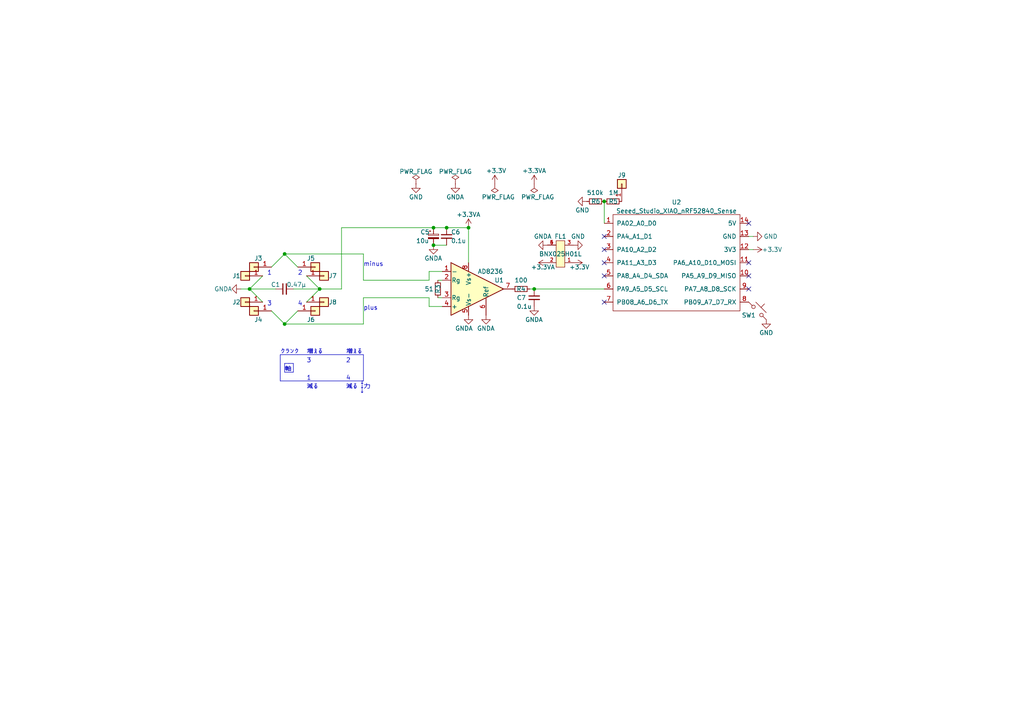
<source format=kicad_sch>
(kicad_sch (version 20211123) (generator eeschema)
  (paper "A4")
  (lib_symbols
    (symbol "Amplifier_Instrumentation:AD8236" (pin_names (offset 0.127))
      (property "Reference" "U" (at 3.81 7.62 0))
      (property "Value" "AD8236" (at 3.81 5.08 0))
      (symbol "AD8236_0_1"
        (polyline (pts (xy -7.62 7.62) (xy -7.62 -7.62) (xy 7.62 0) (xy -7.62 7.62)) (stroke (width 0.254)) (fill (type background)))
      )
      (symbol "AD8236_1_1"
        (pin input line (at -10.16 5.08 0) (length 2.54) (name "-") (number "1"))
        (pin passive line (at -10.16 2.54 0) (length 2.54) (name "Rg") (number "2"))
        (pin passive line (at -10.16 -2.54 0) (length 2.54) (name "Rg") (number "3"))
        (pin input line (at -10.16 -5.08 0) (length 2.54) (name "+") (number "4"))
        (pin power_in line (at -2.54 -7.62 90) (length 2.54) (name "Vs-") (number "5"))
        (pin passive line (at 2.54 -7.62 90) (length 5.08) (name "Ref") (number "6"))
        (pin output line (at 10.16 0 180) (length 2.54) (name "~") (number "7"))
        (pin power_in line (at -2.54 7.62 270) (length 2.54) (name "Vs+") (number "8"))
      )
    )
    (symbol "BNX025H01L:BNX025H01L" (pin_names (offset 1.016) hide)
      (property "Reference" "FL" (at -1.27 3.81 0))
      (property "Value" "BNX025H01L" (at -6.35 -6.35 0))
      (symbol "BNX025H01L_0_0"
        (pin passive line (at -3.81 2.54 0) (length 2.54) (name "~") (number "1"))
        (pin passive line (at 3.81 2.54 180) (length 2.54) (name "~") (number "2"))
        (pin passive line (at -3.81 -2.54 0) (length 2.54) (name "~") (number "3"))
        (pin passive line (at 3.81 -2.54 180) (length 2.54) (name "~") (number "4"))
        (pin passive line (at 3.81 -2.54 180) (length 2.54) (name "~") (number "5"))
        (pin passive line (at 3.81 -2.54 180) (length 2.54) (name "~") (number "6"))
      )
      (symbol "BNX025H01L_0_1"
        (rectangle (start -1.27 3.81) (end 1.27 -3.81) (fill (type background)))
      )
    )
    (symbol "Connector_Generic:Conn_01x01" (pin_names (offset 1.016) hide)
      (property "Reference" "J" (at 0 2.54 0))
      (property "Value" "Conn_01x01" (at 0 -2.54 0))
      (symbol "Conn_01x01_1_1"
        (rectangle (start -1.27 0.127) (end 0 -0.127) (stroke (width 0.1524)))
        (rectangle (start -1.27 1.27) (end 1.27 -1.27) (stroke (width 0.254)) (fill (type background)))
        (pin passive line (at -5.08 0 0) (length 3.81) (name "Pin_1") (number "1"))
      )
    )
    (symbol "Device:C_Polarized_Small" (pin_numbers hide) (pin_names (offset 0.254) hide)
      (property "Reference" "C" (at 0.254 1.778 0))
      (property "Value" "C_Polarized_Small" (at 0.254 -2.032 0))
      (symbol "C_Polarized_Small_0_1"
        (rectangle (start -1.524 -0.3048) (end 1.524 -0.6858) (fill (type outline)))
        (rectangle (start -1.524 0.6858) (end 1.524 0.3048))
        (polyline (pts (xy -1.27 1.524) (xy -0.762 1.524)))
        (polyline (pts (xy -1.016 1.27) (xy -1.016 1.778)))
      )
      (symbol "C_Polarized_Small_1_1"
        (pin passive line (at 0 2.54 270) (length 1.8542) (name "~") (number "1"))
        (pin passive line (at 0 -2.54 90) (length 1.8542) (name "~") (number "2"))
      )
    )
    (symbol "Device:C_Small" (pin_numbers hide) (pin_names (offset 0.254) hide)
      (property "Reference" "C" (at 0.254 1.778 0))
      (property "Value" "C_Small" (at 0.254 -2.032 0))
      (symbol "C_Small_0_1"
        (polyline (pts (xy -1.524 -0.508) (xy 1.524 -0.508)) (stroke (width 0.3302)))
        (polyline (pts (xy -1.524 0.508) (xy 1.524 0.508)) (stroke (width 0.3048)))
      )
      (symbol "C_Small_1_1"
        (pin passive line (at 0 2.54 270) (length 2.032) (name "~") (number "1"))
        (pin passive line (at 0 -2.54 90) (length 2.032) (name "~") (number "2"))
      )
    )
    (symbol "Device:R_Small" (pin_numbers hide) (pin_names (offset 0.254) hide)
      (property "Reference" "R" (at 0.762 0.508 0))
      (property "Value" "R_Small" (at 0.762 -1.016 0))
      (symbol "R_Small_0_1"
        (rectangle (start -0.762 1.778) (end 0.762 -1.778) (stroke (width 0.2032)))
      )
      (symbol "R_Small_1_1"
        (pin passive line (at 0 2.54 270) (length 0.762) (name "~") (number "1"))
        (pin passive line (at 0 -2.54 90) (length 0.762) (name "~") (number "2"))
      )
    )
    (symbol "Seeed_Studio_XIAO_nRF52840_Sense:Seeed_Studio_XIAO_nRF52840_Sense" (pin_names (offset 1.016))
      (property "Reference" "U" (at 0 -17.78 0))
      (property "Value" "Seeed_Studio_XIAO_nRF52840_Sense" (at -1.27 -15.24 0))
      (symbol "Seeed_Studio_XIAO_nRF52840_Sense_0_1"
        (rectangle (start -19.05 13.97) (end 17.78 -13.97))
      )
      (symbol "Seeed_Studio_XIAO_nRF52840_Sense_1_1"
        (pin unspecified line (at -21.59 11.43 0) (length 2.54) (name "PA02_A0_D0") (number "1"))
        (pin unspecified line (at 20.32 -3.81 180) (length 2.54) (name "PA5_A9_D9_MISO") (number "10"))
        (pin unspecified line (at 20.32 0 180) (length 2.54) (name "PA6_A10_D10_MOSI") (number "11"))
        (pin unspecified line (at 20.32 3.81 180) (length 2.54) (name "3V3") (number "12"))
        (pin unspecified line (at 20.32 7.62 180) (length 2.54) (name "GND") (number "13"))
        (pin unspecified line (at 20.32 11.43 180) (length 2.54) (name "5V") (number "14"))
        (pin unspecified line (at -21.59 7.62 0) (length 2.54) (name "PA4_A1_D1") (number "2"))
        (pin unspecified line (at -21.59 3.81 0) (length 2.54) (name "PA10_A2_D2") (number "3"))
        (pin unspecified line (at -21.59 0 0) (length 2.54) (name "PA11_A3_D3") (number "4"))
        (pin unspecified line (at -21.59 -3.81 0) (length 2.54) (name "PA8_A4_D4_SDA") (number "5"))
        (pin unspecified line (at -21.59 -7.62 0) (length 2.54) (name "PA9_A5_D5_SCL") (number "6"))
        (pin unspecified line (at -21.59 -11.43 0) (length 2.54) (name "PB08_A6_D6_TX") (number "7"))
        (pin unspecified line (at 20.32 -11.43 180) (length 2.54) (name "PB09_A7_D7_RX") (number "8"))
        (pin unspecified line (at 20.32 -7.62 180) (length 2.54) (name "PA7_A8_D8_SCK") (number "9"))
      )
    )
    (symbol "Switch:SW_Push_45deg" (pin_numbers hide) (pin_names (offset 1.016) hide)
      (property "Reference" "SW" (at 3.048 1.016 0))
      (property "Value" "SW_Push_45deg" (at 0 -3.81 0))
      (symbol "SW_Push_45deg_0_1"
        (circle (center -1.1684 1.1684) (radius 0.508))
        (polyline (pts (xy -0.508 2.54) (xy 2.54 -0.508)))
        (polyline (pts (xy 1.016 1.016) (xy 2.032 2.032)))
        (polyline (pts (xy -2.54 2.54) (xy -1.524 1.524) (xy -1.524 1.524)))
        (polyline (pts (xy 1.524 -1.524) (xy 2.54 -2.54) (xy 2.54 -2.54) (xy 2.54 -2.54)))
        (circle (center 1.143 -1.1938) (radius 0.508))
        (pin passive line (at -2.54 2.54 0) (length 0) (name "1") (number "1"))
        (pin passive line (at 2.54 -2.54 180) (length 0) (name "2") (number "2"))
      )
    )
    (symbol "power:+3.3V" (power) (pin_names (offset 0))
      (property "Value" "+3.3V" (at 0 3.556 0))
      (symbol "+3.3V_0_1"
        (polyline (pts (xy -0.762 1.27) (xy 0 2.54)))
        (polyline (pts (xy 0 0) (xy 0 2.54)))
        (polyline (pts (xy 0 2.54) (xy 0.762 1.27)))
      )
      (symbol "+3.3V_1_1"
        (pin power_in line (at 0 0 90) (length 0) hide (name "+3.3V") (number "1"))
      )
    )
    (symbol "power:+3.3VA" (power) (pin_names (offset 0))
      (property "Value" "+3.3VA" (at 0 3.556 0))
      (symbol "+3.3VA_0_1"
        (polyline (pts (xy -0.762 1.27) (xy 0 2.54)))
        (polyline (pts (xy 0 0) (xy 0 2.54)))
        (polyline (pts (xy 0 2.54) (xy 0.762 1.27)))
      )
      (symbol "+3.3VA_1_1"
        (pin power_in line (at 0 0 90) (length 0) hide (name "+3.3VA") (number "1"))
      )
    )
    (symbol "power:GND" (power) (pin_names (offset 0))
      (property "Value" "GND" (at 0 -3.81 0))
      (symbol "GND_0_1"
        (polyline (pts (xy 0 0) (xy 0 -1.27) (xy 1.27 -1.27) (xy 0 -2.54) (xy -1.27 -1.27) (xy 0 -1.27)))
      )
      (symbol "GND_1_1"
        (pin power_in line (at 0 0 270) (length 0) hide (name "GND") (number "1"))
      )
    )
    (symbol "power:GNDA" (power) (pin_names (offset 0))
      (property "Value" "GNDA" (at 0 -3.81 0))
      (symbol "GNDA_0_1"
        (polyline (pts (xy 0 0) (xy 0 -1.27) (xy 1.27 -1.27) (xy 0 -2.54) (xy -1.27 -1.27) (xy 0 -1.27)))
      )
      (symbol "GNDA_1_1"
        (pin power_in line (at 0 0 270) (length 0) hide (name "GNDA") (number "1"))
      )
    )
    (symbol "power:PWR_FLAG" (power) (pin_numbers hide) (pin_names (offset 0) hide)
      (property "Value" "PWR_FLAG" (at 0 3.81 0))
      (symbol "PWR_FLAG_0_0"
        (pin power_out line (at 0 0 90) (length 0) (name "pwr") (number "1"))
      )
      (symbol "PWR_FLAG_0_1"
        (polyline (pts (xy 0 0) (xy 0 1.27) (xy -1.016 1.905) (xy 0 2.54) (xy 1.016 1.905) (xy 0 1.27)))
      )
    )
  )
  (junction (at 129.54 66.04))
  (junction (at 154.94 83.82))
  (junction (at 82.55 73.66))
  (junction (at 82.55 93.98))
  (junction (at 135.89 66.04))
  (junction (at 125.73 71.12))
  (junction (at 125.73 66.04))
  (junction (at 72.39 83.82))
  (junction (at 92.71 83.82))
  (junction (at 175.26 58.42))
  (no_connect (at 175.26 68.58))
  (no_connect (at 175.26 87.63))
  (no_connect (at 175.26 76.2))
  (no_connect (at 175.26 80.01))
  (no_connect (at 175.26 72.39))
  (no_connect (at 217.17 83.82))
  (no_connect (at 217.17 80.01))
  (no_connect (at 217.17 76.2))
  (no_connect (at 217.17 64.77))
  (polyline (pts (xy 83.82 105.41) (xy 82.55 105.41)) (stroke (width 0) (type solid)))
  (polyline (pts (xy 82.55 105.41) (xy 82.55 107.95)) (stroke (width 0) (type solid)))
  (wire (pts (xy 175.26 58.42) (xy 175.26 64.77)))
  (polyline (pts (xy 83.82 105.41) (xy 85.09 105.41)) (stroke (width 0) (type solid)))
  (polyline (pts (xy 82.55 107.95) (xy 85.09 107.95)) (stroke (width 0) (type solid)))
  (wire (pts (xy 105.41 93.98) (xy 105.41 86.36)))
  (wire (pts (xy 135.89 66.04) (xy 135.89 76.2)))
  (wire (pts (xy 76.2 87.63) (xy 72.39 83.82)))
  (wire (pts (xy 105.41 86.36) (xy 124.46 86.36)))
  (wire (pts (xy 153.67 83.82) (xy 154.94 83.82)))
  (wire (pts (xy 82.55 73.66) (xy 105.41 73.66)))
  (wire (pts (xy 88.9 87.63) (xy 92.71 83.82)))
  (polyline (pts (xy 105.41 110.49) (xy 81.28 110.49)) (stroke (width 0) (type solid)))
  (wire (pts (xy 82.55 93.98) (xy 105.41 93.98)))
  (polyline (pts (xy 85.09 107.95) (xy 85.09 105.41)) (stroke (width 0) (type solid)))
  (wire (pts (xy 125.73 71.12) (xy 129.54 71.12)))
  (wire (pts (xy 82.55 93.98) (xy 86.36 90.17)))
  (wire (pts (xy 124.46 78.74) (xy 128.27 78.74)))
  (wire (pts (xy 217.17 68.58) (xy 218.44 68.58)))
  (wire (pts (xy 124.46 81.28) (xy 124.46 78.74)))
  (wire (pts (xy 86.36 77.47) (xy 82.55 73.66)))
  (wire (pts (xy 99.06 83.82) (xy 99.06 66.04)))
  (wire (pts (xy 72.39 83.82) (xy 80.01 83.82)))
  (wire (pts (xy 82.55 93.98) (xy 78.74 90.17)))
  (wire (pts (xy 92.71 83.82) (xy 88.9 80.01)))
  (wire (pts (xy 69.85 83.82) (xy 72.39 83.82)))
  (wire (pts (xy 92.71 83.82) (xy 99.06 83.82)))
  (wire (pts (xy 125.73 66.04) (xy 129.54 66.04)))
  (wire (pts (xy 217.17 72.39) (xy 218.44 72.39)))
  (wire (pts (xy 105.41 73.66) (xy 105.41 81.28)))
  (polyline (pts (xy 81.28 102.87) (xy 86.36 102.87)) (stroke (width 0) (type solid)))
  (wire (pts (xy 124.46 86.36) (xy 124.46 88.9)))
  (polyline (pts (xy 105.41 102.87) (xy 105.41 110.49)) (stroke (width 0) (type solid)))
  (wire (pts (xy 124.46 88.9) (xy 128.27 88.9)))
  (wire (pts (xy 127 86.36) (xy 128.27 86.36)))
  (wire (pts (xy 99.06 66.04) (xy 125.73 66.04)))
  (wire (pts (xy 127 81.28) (xy 128.27 81.28)))
  (polyline (pts (xy 86.36 102.87) (xy 105.41 102.87)) (stroke (width 0) (type solid)))
  (wire (pts (xy 129.54 66.04) (xy 135.89 66.04)))
  (wire (pts (xy 85.09 83.82) (xy 92.71 83.82)))
  (wire (pts (xy 72.39 83.82) (xy 76.2 80.01)))
  (wire (pts (xy 105.41 81.28) (xy 124.46 81.28)))
  (polyline (pts (xy 81.28 110.49) (xy 81.28 102.87)) (stroke (width 0) (type solid)))
  (wire (pts (xy 154.94 83.82) (xy 175.26 83.82)))
  (wire (pts (xy 78.74 77.47) (xy 82.55 73.66)))
  (text "力" (at 105.41 113.03 0) (effects (font (size 1.27 1.27)) (justify left bottom)))
  (text "minus" (at 105.41 77.47 0) (effects (font (size 1.27 1.27)) (justify left bottom)))
  (text "↓" (at 104.14 114.3 0) (effects (font (size 1.27 1.27)) (justify left bottom)))
  (text "↓" (at 104.14 113.03 0) (effects (font (size 1.27 1.27)) (justify left bottom)))
  (text "減る" (at 88.9 113.03 0) (effects (font (size 1.27 1.27)) (justify left bottom)))
  (text "3" (at 88.9 105.41 0) (effects (font (size 1.27 1.27)) (justify left bottom)))
  (text "減る" (at 100.33 113.03 0) (effects (font (size 1.27 1.27)) (justify left bottom)))
  (text "plus" (at 105.41 90.17 0) (effects (font (size 1.27 1.27)) (justify left bottom)))
  (text "2" (at 100.33 105.41 0) (effects (font (size 1.27 1.27)) (justify left bottom)))
  (text "4" (at 100.33 110.49 0) (effects (font (size 1.27 1.27)) (justify left bottom)))
  (text "増える" (at 88.9 102.87 0) (effects (font (size 1.27 1.27)) (justify left bottom)))
  (text "軸" (at 82.55 107.95 0) (effects (font (size 1.27 1.27)) (justify left bottom)))
  (text "増える" (at 100.33 102.87 0) (effects (font (size 1.27 1.27)) (justify left bottom)))
  (text "2" (at 86.36 80.01 0) (effects (font (size 1.27 1.27)) (justify left bottom)))
  (text "クランク" (at 81.28 102.87 0) (effects (font (size 1.27 1.27)) (justify left bottom)))
  (text "4" (at 86.36 88.9 0) (effects (font (size 1.27 1.27)) (justify left bottom)))
  (text "1" (at 77.47 80.01 0) (effects (font (size 1.27 1.27)) (justify left bottom)))
  (text "1" (at 88.9 110.49 0) (effects (font (size 1.27 1.27)) (justify left bottom)))
  (text "3" (at 77.47 88.9 0) (effects (font (size 1.27 1.27)) (justify left bottom)))
  (text "↓" (at 104.14 111.76 0) (effects (font (size 1.27 1.27)) (justify left bottom)))
  (symbol (lib_id "power:PWR_FLAG") (at 154.94 53.34 180) (unit 1)
    (property "Reference" "#FLG04" (effects hide))
    (property "Value" "PWR_FLAG" (at 151.13 57.15 0) (effects (justify right)))
  )
  (symbol (lib_id "power:GNDA") (at 125.73 71.12 0) (unit 1)
    (property "Reference" "#PWR04" (effects hide))
    (property "Value" "GNDA" (at 128.27 74.93 0) (effects (justify right)))
  )
  (symbol (lib_id "power:+3.3V") (at 166.37 76.2 270) (mirror x) (unit 1)
    (property "Reference" "#PWR015" (effects hide))
    (property "Value" "+3.3V" (at 165.1 77.47 90) (effects (justify left)))
  )
  (symbol (lib_id "Device:C_Small") (at 82.55 83.82 90) (unit 1)
    (property "Reference" "C1" (at 81.28 82.55 90) (effects (justify left)))
    (property "Value" "0.47μ" (at 88.9 82.55 90) (effects (justify left)))
    (property "Footprint" "Capacitor_SMD:C_0603_1608Metric_Pad1.08x0.95mm_HandSolder" (effects hide))
  )
  (symbol (lib_id "power:GNDA") (at 69.85 83.82 270) (unit 1)
    (property "Reference" "#PWR01" (effects hide))
    (property "Value" "GNDA" (at 67.31 83.82 90) (effects (justify right)))
  )
  (symbol (lib_id "Connector_Generic:Conn_01x01") (at 73.66 77.47 180) (unit 1)
    (property "Reference" "J3" (at 74.93 74.93 0))
    (property "Value" "Conn_01x01" (effects hide))
    (property "Footprint" "Connector_Wire:SolderWirePad_1x01_SMD_1x2mm" (effects hide))
  )
  (symbol (lib_id "Device:R_Small") (at 151.13 83.82 90) (unit 1)
    (property "Reference" "R4" (at 151.13 83.82 90))
    (property "Value" "100" (at 151.13 81.28 90))
    (property "Footprint" "Resistor_SMD:R_0603_1608Metric_Pad0.98x0.95mm_HandSolder" (effects hide))
  )
  (symbol (lib_id "power:PWR_FLAG") (at 143.51 53.34 180) (unit 1)
    (property "Reference" "#FLG03" (effects hide))
    (property "Value" "PWR_FLAG" (at 139.7 57.15 0) (effects (justify right)))
  )
  (symbol (lib_id "Device:R_Small") (at 177.8 58.42 270) (unit 1)
    (property "Reference" "R5" (at 176.53 58.42 90) (effects (justify left)))
    (property "Value" "1M" (at 176.53 55.88 90) (effects (justify left)))
    (property "Footprint" "Resistor_SMD:R_0603_1608Metric" (effects hide))
  )
  (symbol (lib_id "power:GNDA") (at 132.08 53.34 0) (unit 1)
    (property "Reference" "#PWR010" (effects hide))
    (property "Value" "GNDA" (at 134.62 57.15 0) (effects (justify right)))
  )
  (symbol (lib_id "BNX025H01L:BNX025H01L") (at 162.56 73.66 180) (unit 1)
    (property "Reference" "FL1" (at 162.56 68.58 0))
    (property "Value" "BNX025H01L" (at 162.56 73.66 0))
    (property "Footprint" "BNX025H01:BNX025H01" (effects hide))
    (property "MANUFACTURER" "Murata Electronics" (effects hide))
    (property "MAXIMUM_PACKAGE_HEIGHT" "3.7mm" (effects hide))
    (property "STANDARD" "Manufacturer recommendations" (effects hide))
  )
  (symbol (lib_id "Connector_Generic:Conn_01x01") (at 91.44 77.47 0) (unit 1)
    (property "Reference" "J5" (at 90.17 74.93 0))
    (property "Value" "Conn_01x01" (effects hide))
    (property "Footprint" "Connector_Wire:SolderWirePad_1x01_SMD_1x2mm" (effects hide))
  )
  (symbol (lib_id "Connector_Generic:Conn_01x01") (at 93.98 87.63 0) (unit 1)
    (property "Reference" "J8" (at 96.52 87.63 0))
    (property "Value" "Conn_01x01" (effects hide))
    (property "Footprint" "Connector_Wire:SolderWirePad_1x01_SMD_1x2mm" (effects hide))
  )
  (symbol (lib_id "Device:R_Small") (at 127 83.82 180) (unit 1)
    (property "Reference" "R3" (at 127 83.82 90))
    (property "Value" "51" (at 124.46 83.82 0))
    (property "Footprint" "Resistor_SMD:R_0603_1608Metric" (effects hide))
  )
  (symbol (lib_id "power:+3.3V") (at 143.51 53.34 0) (unit 1)
    (property "Reference" "#PWR016" (effects hide))
    (property "Value" "+3.3V" (at 140.97 49.53 0) (effects (justify left)))
  )
  (symbol (lib_id "Switch:SW_Push_45deg") (at 219.71 90.17 0) (unit 1)
    (property "Reference" "SW1" (at 217.17 91.44 0))
    (property "Value" "SW_Push_45deg" (effects hide))
    (property "Footprint" "Button_Switch_SMD:SW_Push_1P1T_NO_Vertical_Wuerth_434133025816" (effects hide))
  )
  (symbol (lib_id "power:PWR_FLAG") (at 132.08 53.34 0) (unit 1)
    (property "Reference" "#FLG02" (effects hide))
    (property "Value" "PWR_FLAG" (at 132.08 49.7642 0))
  )
  (symbol (lib_id "power:GNDA") (at 154.94 88.9 0) (unit 1)
    (property "Reference" "#PWR09" (effects hide))
    (property "Value" "GNDA" (at 157.48 92.71 0) (effects (justify right)))
  )
  (symbol (lib_id "Connector_Generic:Conn_01x01") (at 73.66 90.17 180) (unit 1)
    (property "Reference" "J4" (at 74.93 92.71 0))
    (property "Value" "Conn_01x01" (effects hide))
    (property "Footprint" "Connector_Wire:SolderWirePad_1x01_SMD_1x2mm" (effects hide))
  )
  (symbol (lib_id "power:+3.3VA") (at 158.75 76.2 90) (unit 1)
    (property "Reference" "#PWR012" (effects hide))
    (property "Value" "+3.3VA" (at 157.48 77.47 90))
  )
  (symbol (lib_id "power:+3.3V") (at 218.44 72.39 270) (unit 1)
    (property "Reference" "#PWR020" (effects hide))
    (property "Value" "+3.3V" (at 220.98 72.39 90) (effects (justify left)))
  )
  (symbol (lib_id "Device:C_Small") (at 154.94 86.36 0) (unit 1)
    (property "Reference" "C7" (at 149.86 86.36 0) (effects (justify left)))
    (property "Value" "0.1u" (at 149.86 88.9 0) (effects (justify left)))
    (property "Footprint" "Capacitor_SMD:C_0603_1608Metric_Pad1.08x0.95mm_HandSolder" (effects hide))
  )
  (symbol (lib_id "Connector_Generic:Conn_01x01") (at 91.44 90.17 0) (unit 1)
    (property "Reference" "J6" (at 90.17 92.71 0))
    (property "Value" "Conn_01x01" (effects hide))
    (property "Footprint" "Connector_Wire:SolderWirePad_1x01_SMD_1x2mm" (effects hide))
  )
  (symbol (lib_id "Connector_Generic:Conn_01x01") (at 93.98 80.01 0) (unit 1)
    (property "Reference" "J7" (at 96.52 80.01 0))
    (property "Value" "Conn_01x01" (effects hide))
    (property "Footprint" "Connector_Wire:SolderWirePad_1x01_SMD_1x2mm" (effects hide))
  )
  (symbol (lib_id "power:GND") (at 166.37 71.12 90) (unit 1)
    (property "Reference" "#PWR014" (effects hide))
    (property "Value" "GND" (at 167.64 68.58 90))
  )
  (symbol (lib_id "power:GNDA") (at 158.75 71.12 270) (unit 1)
    (property "Reference" "#PWR011" (effects hide))
    (property "Value" "GNDA" (at 160.02 68.58 90) (effects (justify right)))
  )
  (symbol (lib_id "Amplifier_Instrumentation:AD8236") (at 138.43 83.82 0) (unit 1)
    (property "Reference" "U1" (at 144.78 81.28 0))
    (property "Value" "AD8236" (at 142.24 78.74 0))
    (property "Footprint" "Package_SO:SSOP-8_3.9x5.05mm_P1.27mm" (effects hide))
    (property "Datasheet" "https://www.analog.com/media/en/technical-documentation/data-sheets/AD8236.pdf" (effects hide))
  )
  (symbol (lib_id "power:GNDA") (at 140.97 91.44 0) (unit 1)
    (property "Reference" "#PWR07" (effects hide))
    (property "Value" "GNDA" (at 143.51 95.25 0) (effects (justify right)))
  )
  (symbol (lib_id "power:PWR_FLAG") (at 120.65 53.34 0) (unit 1)
    (property "Reference" "#FLG01" (effects hide))
    (property "Value" "PWR_FLAG" (at 120.65 49.7642 0))
  )
  (symbol (lib_id "power:GND") (at 170.18 58.42 270) (unit 1)
    (property "Reference" "#PWR013" (effects hide))
    (property "Value" "GND" (at 168.91 60.96 90))
  )
  (symbol (lib_id "power:GND") (at 222.25 92.71 0) (unit 1)
    (property "Reference" "#PWR017" (effects hide))
    (property "Value" "GND" (at 222.25 96.52 0))
  )
  (symbol (lib_id "Connector_Generic:Conn_01x01") (at 71.12 87.63 180) (unit 1)
    (property "Reference" "J2" (at 68.58 87.63 0))
    (property "Value" "Conn_01x01" (effects hide))
    (property "Footprint" "Connector_Wire:SolderWirePad_1x01_SMD_1x2mm" (effects hide))
  )
  (symbol (lib_id "Seeed_Studio_XIAO_nRF52840_Sense:Seeed_Studio_XIAO_nRF52840_Sense") (at 196.85 76.2 0) (unit 1)
    (property "Reference" "U2" (at 196.215 58.6572 0))
    (property "Value" "Seeed_Studio_XIAO_nRF52840_Sense" (at 196.215 61.1941 0))
    (property "Footprint" "Seeed_Studio_XIAO_nRF52840_Sense:Seeed_Studio_XIAO_nRF52840_Sense" (effects hide))
  )
  (symbol (lib_id "Device:C_Small") (at 129.54 68.58 0) (unit 1)
    (property "Reference" "C6" (at 130.81 67.31 0) (effects (justify left)))
    (property "Value" "0.1u" (at 130.81 69.85 0) (effects (justify left)))
    (property "Footprint" "Capacitor_SMD:C_0603_1608Metric_Pad1.08x0.95mm_HandSolder" (effects hide))
  )
  (symbol (lib_id "power:GND") (at 218.44 68.58 90) (unit 1)
    (property "Reference" "#PWR019" (effects hide))
    (property "Value" "GND" (at 223.52 68.58 90))
  )
  (symbol (lib_id "Device:C_Polarized_Small") (at 125.73 68.58 0) (unit 1)
    (property "Reference" "C5" (at 121.92 67.31 0) (effects (justify left)))
    (property "Value" "10u" (at 120.65 69.85 0) (effects (justify left)))
    (property "Footprint" "Capacitor_Tantalum_SMD:CP_EIA-3528-15_AVX-H_Pad1.50x2.35mm_HandSolder" (effects hide))
  )
  (symbol (lib_id "power:+3.3VA") (at 135.89 66.04 0) (unit 1)
    (property "Reference" "#PWR05" (effects hide))
    (property "Value" "+3.3VA" (at 135.89 62.23 0))
  )
  (symbol (lib_id "Connector_Generic:Conn_01x01") (at 71.12 80.01 180) (unit 1)
    (property "Reference" "J1" (at 68.58 80.01 0))
    (property "Value" "Conn_01x01" (effects hide))
    (property "Footprint" "Connector_Wire:SolderWirePad_1x01_SMD_1x2mm" (effects hide))
  )
  (symbol (lib_id "power:+3.3VA") (at 154.94 53.34 0) (unit 1)
    (property "Reference" "#PWR018" (effects hide))
    (property "Value" "+3.3VA" (at 154.94 49.53 0))
  )
  (symbol (lib_id "power:GND") (at 120.65 53.34 0) (unit 1)
    (property "Reference" "#PWR08" (effects hide))
    (property "Value" "GND" (at 120.65 57.15 0))
  )
  (symbol (lib_id "Connector_Generic:Conn_01x01") (at 180.34 53.34 90) (unit 1)
    (property "Reference" "J9" (at 180.34 50.8 90))
    (property "Value" "Conn_01x01" (effects hide))
    (property "Footprint" "Connector_Wire:SolderWirePad_1x01_SMD_1x2mm" (effects hide))
  )
  (symbol (lib_id "Device:R_Small") (at 172.72 58.42 270) (unit 1)
    (property "Reference" "R6" (at 171.45 58.42 90) (effects (justify left)))
    (property "Value" "510k" (at 170.18 55.88 90) (effects (justify left)))
    (property "Footprint" "Resistor_SMD:R_0603_1608Metric" (effects hide))
  )
  (symbol (lib_id "power:GNDA") (at 135.89 91.44 0) (unit 1)
    (property "Reference" "#PWR06" (effects hide))
    (property "Value" "GNDA" (at 137.16 95.25 0) (effects (justify right)))
  )
)
</source>
